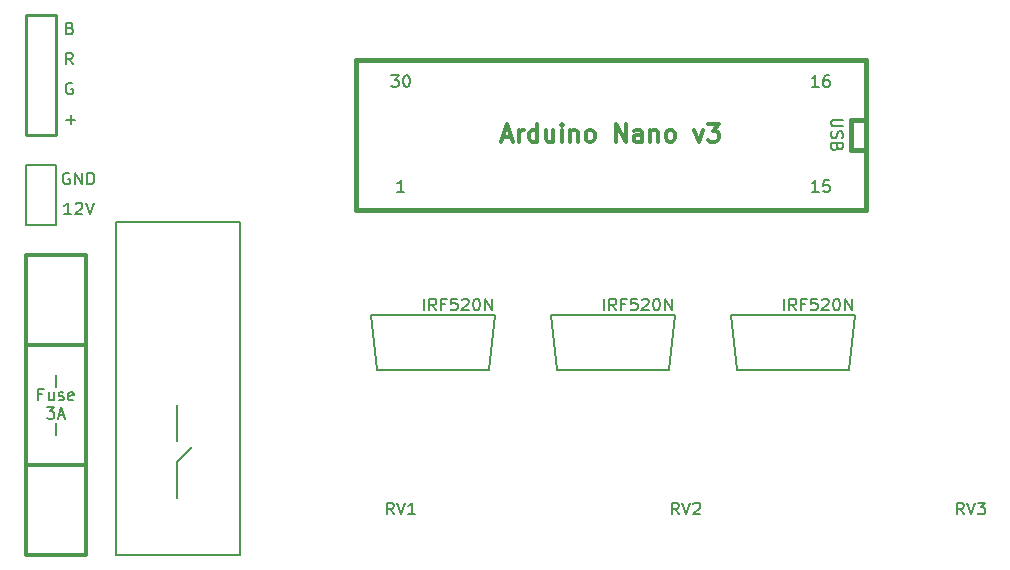
<source format=gto>
G04 (created by PCBNEW (2013-jul-07)-stable) date Mon 01 Dez 2014 22:22:30 CET*
%MOIN*%
G04 Gerber Fmt 3.4, Leading zero omitted, Abs format*
%FSLAX34Y34*%
G01*
G70*
G90*
G04 APERTURE LIST*
%ADD10C,0.00590551*%
%ADD11C,0.00787402*%
%ADD12C,0.011811*%
%ADD13C,0.01*%
%ADD14C,0.006*%
%ADD15C,0.015*%
%ADD16C,0.012*%
G04 APERTURE END LIST*
G54D10*
X39265Y-25159D02*
X39134Y-24971D01*
X39040Y-25159D02*
X39040Y-24765D01*
X39190Y-24765D01*
X39228Y-24784D01*
X39246Y-24803D01*
X39265Y-24840D01*
X39265Y-24896D01*
X39246Y-24934D01*
X39228Y-24953D01*
X39190Y-24971D01*
X39040Y-24971D01*
X39378Y-24765D02*
X39509Y-25159D01*
X39640Y-24765D01*
X39734Y-24765D02*
X39978Y-24765D01*
X39846Y-24915D01*
X39903Y-24915D01*
X39940Y-24934D01*
X39959Y-24953D01*
X39978Y-24990D01*
X39978Y-25084D01*
X39959Y-25121D01*
X39940Y-25140D01*
X39903Y-25159D01*
X39790Y-25159D01*
X39753Y-25140D01*
X39734Y-25121D01*
X29765Y-25159D02*
X29634Y-24971D01*
X29540Y-25159D02*
X29540Y-24765D01*
X29690Y-24765D01*
X29728Y-24784D01*
X29746Y-24803D01*
X29765Y-24840D01*
X29765Y-24896D01*
X29746Y-24934D01*
X29728Y-24953D01*
X29690Y-24971D01*
X29540Y-24971D01*
X29878Y-24765D02*
X30009Y-25159D01*
X30140Y-24765D01*
X30253Y-24803D02*
X30271Y-24784D01*
X30309Y-24765D01*
X30403Y-24765D01*
X30440Y-24784D01*
X30459Y-24803D01*
X30478Y-24840D01*
X30478Y-24878D01*
X30459Y-24934D01*
X30234Y-25159D01*
X30478Y-25159D01*
X20265Y-25159D02*
X20134Y-24971D01*
X20040Y-25159D02*
X20040Y-24765D01*
X20190Y-24765D01*
X20228Y-24784D01*
X20246Y-24803D01*
X20265Y-24840D01*
X20265Y-24896D01*
X20246Y-24934D01*
X20228Y-24953D01*
X20190Y-24971D01*
X20040Y-24971D01*
X20378Y-24765D02*
X20509Y-25159D01*
X20640Y-24765D01*
X20978Y-25159D02*
X20753Y-25159D01*
X20865Y-25159D02*
X20865Y-24765D01*
X20828Y-24821D01*
X20790Y-24859D01*
X20753Y-24878D01*
X33265Y-18359D02*
X33265Y-17965D01*
X33678Y-18359D02*
X33546Y-18171D01*
X33453Y-18359D02*
X33453Y-17965D01*
X33603Y-17965D01*
X33640Y-17984D01*
X33659Y-18003D01*
X33678Y-18040D01*
X33678Y-18096D01*
X33659Y-18134D01*
X33640Y-18153D01*
X33603Y-18171D01*
X33453Y-18171D01*
X33978Y-18153D02*
X33846Y-18153D01*
X33846Y-18359D02*
X33846Y-17965D01*
X34034Y-17965D01*
X34371Y-17965D02*
X34184Y-17965D01*
X34165Y-18153D01*
X34184Y-18134D01*
X34221Y-18115D01*
X34315Y-18115D01*
X34353Y-18134D01*
X34371Y-18153D01*
X34390Y-18190D01*
X34390Y-18284D01*
X34371Y-18321D01*
X34353Y-18340D01*
X34315Y-18359D01*
X34221Y-18359D01*
X34184Y-18340D01*
X34165Y-18321D01*
X34540Y-18003D02*
X34559Y-17984D01*
X34596Y-17965D01*
X34690Y-17965D01*
X34728Y-17984D01*
X34746Y-18003D01*
X34765Y-18040D01*
X34765Y-18078D01*
X34746Y-18134D01*
X34521Y-18359D01*
X34765Y-18359D01*
X35009Y-17965D02*
X35046Y-17965D01*
X35084Y-17984D01*
X35103Y-18003D01*
X35121Y-18040D01*
X35140Y-18115D01*
X35140Y-18209D01*
X35121Y-18284D01*
X35103Y-18321D01*
X35084Y-18340D01*
X35046Y-18359D01*
X35009Y-18359D01*
X34971Y-18340D01*
X34953Y-18321D01*
X34934Y-18284D01*
X34915Y-18209D01*
X34915Y-18115D01*
X34934Y-18040D01*
X34953Y-18003D01*
X34971Y-17984D01*
X35009Y-17965D01*
X35309Y-18359D02*
X35309Y-17965D01*
X35534Y-18359D01*
X35534Y-17965D01*
X27265Y-18359D02*
X27265Y-17965D01*
X27678Y-18359D02*
X27546Y-18171D01*
X27453Y-18359D02*
X27453Y-17965D01*
X27603Y-17965D01*
X27640Y-17984D01*
X27659Y-18003D01*
X27678Y-18040D01*
X27678Y-18096D01*
X27659Y-18134D01*
X27640Y-18153D01*
X27603Y-18171D01*
X27453Y-18171D01*
X27978Y-18153D02*
X27846Y-18153D01*
X27846Y-18359D02*
X27846Y-17965D01*
X28034Y-17965D01*
X28371Y-17965D02*
X28184Y-17965D01*
X28165Y-18153D01*
X28184Y-18134D01*
X28221Y-18115D01*
X28315Y-18115D01*
X28353Y-18134D01*
X28371Y-18153D01*
X28390Y-18190D01*
X28390Y-18284D01*
X28371Y-18321D01*
X28353Y-18340D01*
X28315Y-18359D01*
X28221Y-18359D01*
X28184Y-18340D01*
X28165Y-18321D01*
X28540Y-18003D02*
X28559Y-17984D01*
X28596Y-17965D01*
X28690Y-17965D01*
X28728Y-17984D01*
X28746Y-18003D01*
X28765Y-18040D01*
X28765Y-18078D01*
X28746Y-18134D01*
X28521Y-18359D01*
X28765Y-18359D01*
X29009Y-17965D02*
X29046Y-17965D01*
X29084Y-17984D01*
X29103Y-18003D01*
X29121Y-18040D01*
X29140Y-18115D01*
X29140Y-18209D01*
X29121Y-18284D01*
X29103Y-18321D01*
X29084Y-18340D01*
X29046Y-18359D01*
X29009Y-18359D01*
X28971Y-18340D01*
X28953Y-18321D01*
X28934Y-18284D01*
X28915Y-18209D01*
X28915Y-18115D01*
X28934Y-18040D01*
X28953Y-18003D01*
X28971Y-17984D01*
X29009Y-17965D01*
X29309Y-18359D02*
X29309Y-17965D01*
X29534Y-18359D01*
X29534Y-17965D01*
X21265Y-18359D02*
X21265Y-17965D01*
X21678Y-18359D02*
X21546Y-18171D01*
X21453Y-18359D02*
X21453Y-17965D01*
X21603Y-17965D01*
X21640Y-17984D01*
X21659Y-18003D01*
X21678Y-18040D01*
X21678Y-18096D01*
X21659Y-18134D01*
X21640Y-18153D01*
X21603Y-18171D01*
X21453Y-18171D01*
X21978Y-18153D02*
X21846Y-18153D01*
X21846Y-18359D02*
X21846Y-17965D01*
X22034Y-17965D01*
X22371Y-17965D02*
X22184Y-17965D01*
X22165Y-18153D01*
X22184Y-18134D01*
X22221Y-18115D01*
X22315Y-18115D01*
X22353Y-18134D01*
X22371Y-18153D01*
X22390Y-18190D01*
X22390Y-18284D01*
X22371Y-18321D01*
X22353Y-18340D01*
X22315Y-18359D01*
X22221Y-18359D01*
X22184Y-18340D01*
X22165Y-18321D01*
X22540Y-18003D02*
X22559Y-17984D01*
X22596Y-17965D01*
X22690Y-17965D01*
X22728Y-17984D01*
X22746Y-18003D01*
X22765Y-18040D01*
X22765Y-18078D01*
X22746Y-18134D01*
X22521Y-18359D01*
X22765Y-18359D01*
X23009Y-17965D02*
X23046Y-17965D01*
X23084Y-17984D01*
X23103Y-18003D01*
X23121Y-18040D01*
X23140Y-18115D01*
X23140Y-18209D01*
X23121Y-18284D01*
X23103Y-18321D01*
X23084Y-18340D01*
X23046Y-18359D01*
X23009Y-18359D01*
X22971Y-18340D01*
X22953Y-18321D01*
X22934Y-18284D01*
X22915Y-18209D01*
X22915Y-18115D01*
X22934Y-18040D01*
X22953Y-18003D01*
X22971Y-17984D01*
X23009Y-17965D01*
X23309Y-18359D02*
X23309Y-17965D01*
X23534Y-18359D01*
X23534Y-17965D01*
G54D11*
X31500Y-18500D02*
X35650Y-18500D01*
X25500Y-18500D02*
X29650Y-18500D01*
X19500Y-18500D02*
X23650Y-18500D01*
X13050Y-24500D02*
X13050Y-24600D01*
X13050Y-21600D02*
X13050Y-21500D01*
X13050Y-23400D02*
X13550Y-22900D01*
X13050Y-21600D02*
X13050Y-22700D01*
X13050Y-24500D02*
X13050Y-23400D01*
X9000Y-22100D02*
X9000Y-22500D01*
X9000Y-20500D02*
X9000Y-20900D01*
G54D10*
X8550Y-21153D02*
X8418Y-21153D01*
X8418Y-21359D02*
X8418Y-20965D01*
X8606Y-20965D01*
X8925Y-21096D02*
X8925Y-21359D01*
X8756Y-21096D02*
X8756Y-21303D01*
X8775Y-21340D01*
X8812Y-21359D01*
X8868Y-21359D01*
X8906Y-21340D01*
X8925Y-21321D01*
X9093Y-21340D02*
X9131Y-21359D01*
X9206Y-21359D01*
X9243Y-21340D01*
X9262Y-21303D01*
X9262Y-21284D01*
X9243Y-21246D01*
X9206Y-21228D01*
X9149Y-21228D01*
X9112Y-21209D01*
X9093Y-21171D01*
X9093Y-21153D01*
X9112Y-21115D01*
X9149Y-21096D01*
X9206Y-21096D01*
X9243Y-21115D01*
X9581Y-21340D02*
X9543Y-21359D01*
X9468Y-21359D01*
X9431Y-21340D01*
X9412Y-21303D01*
X9412Y-21153D01*
X9431Y-21115D01*
X9468Y-21096D01*
X9543Y-21096D01*
X9581Y-21115D01*
X9599Y-21153D01*
X9599Y-21190D01*
X9412Y-21228D01*
X8700Y-21575D02*
X8943Y-21575D01*
X8812Y-21725D01*
X8868Y-21725D01*
X8906Y-21744D01*
X8925Y-21763D01*
X8943Y-21800D01*
X8943Y-21894D01*
X8925Y-21932D01*
X8906Y-21950D01*
X8868Y-21969D01*
X8756Y-21969D01*
X8718Y-21950D01*
X8700Y-21932D01*
X9093Y-21857D02*
X9281Y-21857D01*
X9056Y-21969D02*
X9187Y-21575D01*
X9318Y-21969D01*
X9474Y-8953D02*
X9531Y-8971D01*
X9549Y-8990D01*
X9568Y-9028D01*
X9568Y-9084D01*
X9549Y-9121D01*
X9531Y-9140D01*
X9493Y-9159D01*
X9343Y-9159D01*
X9343Y-8765D01*
X9474Y-8765D01*
X9512Y-8784D01*
X9531Y-8803D01*
X9549Y-8840D01*
X9549Y-8878D01*
X9531Y-8915D01*
X9512Y-8934D01*
X9474Y-8953D01*
X9343Y-8953D01*
X9568Y-10159D02*
X9437Y-9971D01*
X9343Y-10159D02*
X9343Y-9765D01*
X9493Y-9765D01*
X9531Y-9784D01*
X9549Y-9803D01*
X9568Y-9840D01*
X9568Y-9896D01*
X9549Y-9934D01*
X9531Y-9953D01*
X9493Y-9971D01*
X9343Y-9971D01*
X9549Y-10784D02*
X9512Y-10765D01*
X9456Y-10765D01*
X9399Y-10784D01*
X9362Y-10821D01*
X9343Y-10859D01*
X9324Y-10934D01*
X9324Y-10990D01*
X9343Y-11065D01*
X9362Y-11103D01*
X9399Y-11140D01*
X9456Y-11159D01*
X9493Y-11159D01*
X9549Y-11140D01*
X9568Y-11121D01*
X9568Y-10990D01*
X9493Y-10990D01*
X9343Y-12009D02*
X9643Y-12009D01*
X9493Y-12159D02*
X9493Y-11859D01*
X9450Y-13784D02*
X9412Y-13765D01*
X9356Y-13765D01*
X9300Y-13784D01*
X9262Y-13821D01*
X9243Y-13859D01*
X9225Y-13934D01*
X9225Y-13990D01*
X9243Y-14065D01*
X9262Y-14103D01*
X9300Y-14140D01*
X9356Y-14159D01*
X9393Y-14159D01*
X9450Y-14140D01*
X9468Y-14121D01*
X9468Y-13990D01*
X9393Y-13990D01*
X9637Y-14159D02*
X9637Y-13765D01*
X9862Y-14159D01*
X9862Y-13765D01*
X10049Y-14159D02*
X10049Y-13765D01*
X10143Y-13765D01*
X10199Y-13784D01*
X10237Y-13821D01*
X10256Y-13859D01*
X10274Y-13934D01*
X10274Y-13990D01*
X10256Y-14065D01*
X10237Y-14103D01*
X10199Y-14140D01*
X10143Y-14159D01*
X10049Y-14159D01*
X9506Y-15159D02*
X9281Y-15159D01*
X9393Y-15159D02*
X9393Y-14765D01*
X9356Y-14821D01*
X9318Y-14859D01*
X9281Y-14878D01*
X9656Y-14803D02*
X9675Y-14784D01*
X9712Y-14765D01*
X9806Y-14765D01*
X9843Y-14784D01*
X9862Y-14803D01*
X9881Y-14840D01*
X9881Y-14878D01*
X9862Y-14934D01*
X9637Y-15159D01*
X9881Y-15159D01*
X9993Y-14765D02*
X10124Y-15159D01*
X10256Y-14765D01*
X35234Y-12003D02*
X34915Y-12003D01*
X34878Y-12021D01*
X34859Y-12040D01*
X34840Y-12078D01*
X34840Y-12153D01*
X34859Y-12190D01*
X34878Y-12209D01*
X34915Y-12228D01*
X35234Y-12228D01*
X34859Y-12396D02*
X34840Y-12453D01*
X34840Y-12546D01*
X34859Y-12584D01*
X34878Y-12603D01*
X34915Y-12621D01*
X34953Y-12621D01*
X34990Y-12603D01*
X35009Y-12584D01*
X35028Y-12546D01*
X35046Y-12471D01*
X35065Y-12434D01*
X35084Y-12415D01*
X35121Y-12396D01*
X35159Y-12396D01*
X35196Y-12415D01*
X35215Y-12434D01*
X35234Y-12471D01*
X35234Y-12565D01*
X35215Y-12621D01*
X35046Y-12921D02*
X35028Y-12978D01*
X35009Y-12996D01*
X34971Y-13015D01*
X34915Y-13015D01*
X34878Y-12996D01*
X34859Y-12978D01*
X34840Y-12940D01*
X34840Y-12790D01*
X35234Y-12790D01*
X35234Y-12921D01*
X35215Y-12959D01*
X35196Y-12978D01*
X35159Y-12996D01*
X35121Y-12996D01*
X35084Y-12978D01*
X35065Y-12959D01*
X35046Y-12921D01*
X35046Y-12790D01*
X20612Y-14409D02*
X20387Y-14409D01*
X20500Y-14409D02*
X20500Y-14015D01*
X20462Y-14071D01*
X20425Y-14109D01*
X20387Y-14128D01*
X20181Y-10515D02*
X20425Y-10515D01*
X20293Y-10665D01*
X20350Y-10665D01*
X20387Y-10684D01*
X20406Y-10703D01*
X20425Y-10740D01*
X20425Y-10834D01*
X20406Y-10871D01*
X20387Y-10890D01*
X20350Y-10909D01*
X20237Y-10909D01*
X20200Y-10890D01*
X20181Y-10871D01*
X20668Y-10515D02*
X20706Y-10515D01*
X20743Y-10534D01*
X20762Y-10553D01*
X20781Y-10590D01*
X20799Y-10665D01*
X20799Y-10759D01*
X20781Y-10834D01*
X20762Y-10871D01*
X20743Y-10890D01*
X20706Y-10909D01*
X20668Y-10909D01*
X20631Y-10890D01*
X20612Y-10871D01*
X20593Y-10834D01*
X20574Y-10759D01*
X20574Y-10665D01*
X20593Y-10590D01*
X20612Y-10553D01*
X20631Y-10534D01*
X20668Y-10515D01*
G54D12*
X23900Y-12570D02*
X24181Y-12570D01*
X23844Y-12739D02*
X24041Y-12148D01*
X24237Y-12739D01*
X24434Y-12739D02*
X24434Y-12345D01*
X24434Y-12457D02*
X24462Y-12401D01*
X24491Y-12373D01*
X24547Y-12345D01*
X24603Y-12345D01*
X25053Y-12739D02*
X25053Y-12148D01*
X25053Y-12710D02*
X24997Y-12739D01*
X24884Y-12739D01*
X24828Y-12710D01*
X24800Y-12682D01*
X24772Y-12626D01*
X24772Y-12457D01*
X24800Y-12401D01*
X24828Y-12373D01*
X24884Y-12345D01*
X24997Y-12345D01*
X25053Y-12373D01*
X25587Y-12345D02*
X25587Y-12739D01*
X25334Y-12345D02*
X25334Y-12654D01*
X25362Y-12710D01*
X25419Y-12739D01*
X25503Y-12739D01*
X25559Y-12710D01*
X25587Y-12682D01*
X25868Y-12739D02*
X25868Y-12345D01*
X25868Y-12148D02*
X25840Y-12176D01*
X25868Y-12204D01*
X25897Y-12176D01*
X25868Y-12148D01*
X25868Y-12204D01*
X26150Y-12345D02*
X26150Y-12739D01*
X26150Y-12401D02*
X26178Y-12373D01*
X26234Y-12345D01*
X26318Y-12345D01*
X26375Y-12373D01*
X26403Y-12429D01*
X26403Y-12739D01*
X26768Y-12739D02*
X26712Y-12710D01*
X26684Y-12682D01*
X26656Y-12626D01*
X26656Y-12457D01*
X26684Y-12401D01*
X26712Y-12373D01*
X26768Y-12345D01*
X26853Y-12345D01*
X26909Y-12373D01*
X26937Y-12401D01*
X26965Y-12457D01*
X26965Y-12626D01*
X26937Y-12682D01*
X26909Y-12710D01*
X26853Y-12739D01*
X26768Y-12739D01*
X27668Y-12739D02*
X27668Y-12148D01*
X28006Y-12739D01*
X28006Y-12148D01*
X28540Y-12739D02*
X28540Y-12429D01*
X28512Y-12373D01*
X28456Y-12345D01*
X28343Y-12345D01*
X28287Y-12373D01*
X28540Y-12710D02*
X28484Y-12739D01*
X28343Y-12739D01*
X28287Y-12710D01*
X28259Y-12654D01*
X28259Y-12598D01*
X28287Y-12542D01*
X28343Y-12514D01*
X28484Y-12514D01*
X28540Y-12485D01*
X28821Y-12345D02*
X28821Y-12739D01*
X28821Y-12401D02*
X28849Y-12373D01*
X28906Y-12345D01*
X28990Y-12345D01*
X29046Y-12373D01*
X29074Y-12429D01*
X29074Y-12739D01*
X29440Y-12739D02*
X29384Y-12710D01*
X29356Y-12682D01*
X29327Y-12626D01*
X29327Y-12457D01*
X29356Y-12401D01*
X29384Y-12373D01*
X29440Y-12345D01*
X29524Y-12345D01*
X29580Y-12373D01*
X29609Y-12401D01*
X29637Y-12457D01*
X29637Y-12626D01*
X29609Y-12682D01*
X29580Y-12710D01*
X29524Y-12739D01*
X29440Y-12739D01*
X30284Y-12345D02*
X30424Y-12739D01*
X30565Y-12345D01*
X30733Y-12148D02*
X31099Y-12148D01*
X30902Y-12373D01*
X30987Y-12373D01*
X31043Y-12401D01*
X31071Y-12429D01*
X31099Y-12485D01*
X31099Y-12626D01*
X31071Y-12682D01*
X31043Y-12710D01*
X30987Y-12739D01*
X30818Y-12739D01*
X30762Y-12710D01*
X30733Y-12682D01*
G54D10*
X34425Y-14409D02*
X34200Y-14409D01*
X34312Y-14409D02*
X34312Y-14015D01*
X34275Y-14071D01*
X34237Y-14109D01*
X34200Y-14128D01*
X34781Y-14015D02*
X34593Y-14015D01*
X34574Y-14203D01*
X34593Y-14184D01*
X34631Y-14165D01*
X34724Y-14165D01*
X34762Y-14184D01*
X34781Y-14203D01*
X34799Y-14240D01*
X34799Y-14334D01*
X34781Y-14371D01*
X34762Y-14390D01*
X34724Y-14409D01*
X34631Y-14409D01*
X34593Y-14390D01*
X34574Y-14371D01*
X34425Y-10909D02*
X34200Y-10909D01*
X34312Y-10909D02*
X34312Y-10515D01*
X34275Y-10571D01*
X34237Y-10609D01*
X34200Y-10628D01*
X34762Y-10515D02*
X34687Y-10515D01*
X34649Y-10534D01*
X34631Y-10553D01*
X34593Y-10609D01*
X34574Y-10684D01*
X34574Y-10834D01*
X34593Y-10871D01*
X34612Y-10890D01*
X34649Y-10909D01*
X34724Y-10909D01*
X34762Y-10890D01*
X34781Y-10871D01*
X34799Y-10834D01*
X34799Y-10740D01*
X34781Y-10703D01*
X34762Y-10684D01*
X34724Y-10665D01*
X34649Y-10665D01*
X34612Y-10684D01*
X34593Y-10703D01*
X34574Y-10740D01*
G54D13*
X9000Y-8500D02*
X9000Y-12500D01*
X8000Y-8500D02*
X8000Y-12500D01*
X8000Y-12500D02*
X9000Y-12500D01*
X9000Y-8500D02*
X8000Y-8500D01*
G54D14*
X9000Y-15500D02*
X8000Y-15500D01*
X8000Y-15500D02*
X8000Y-13500D01*
X8000Y-13500D02*
X9000Y-13500D01*
X9000Y-13500D02*
X9000Y-15500D01*
G54D10*
X15133Y-15397D02*
X15133Y-26500D01*
X11000Y-15397D02*
X15133Y-15397D01*
X11000Y-26500D02*
X11000Y-15397D01*
X15133Y-26500D02*
X11000Y-26500D01*
G54D15*
X36000Y-15000D02*
X19000Y-15000D01*
X19000Y-15000D02*
X19000Y-10000D01*
X19000Y-10000D02*
X36000Y-10000D01*
X36000Y-10000D02*
X36000Y-15000D01*
X36000Y-12000D02*
X35500Y-12000D01*
X35500Y-12000D02*
X35500Y-13000D01*
X35500Y-13000D02*
X36000Y-13000D01*
G54D16*
X10000Y-16500D02*
X10000Y-26500D01*
X10000Y-26500D02*
X8000Y-26500D01*
X8000Y-26500D02*
X8000Y-16500D01*
X8000Y-16500D02*
X10000Y-16500D01*
X10000Y-19500D02*
X8000Y-19500D01*
X10000Y-23500D02*
X8000Y-23500D01*
G54D10*
X19500Y-18500D02*
X23649Y-18500D01*
X23649Y-18500D02*
X23452Y-20346D01*
X23452Y-20346D02*
X19696Y-20346D01*
X19696Y-20346D02*
X19500Y-18500D01*
X25500Y-18500D02*
X29649Y-18500D01*
X29649Y-18500D02*
X29452Y-20346D01*
X29452Y-20346D02*
X25696Y-20346D01*
X25696Y-20346D02*
X25500Y-18500D01*
X31500Y-18500D02*
X35649Y-18500D01*
X35649Y-18500D02*
X35452Y-20346D01*
X35452Y-20346D02*
X31696Y-20346D01*
X31696Y-20346D02*
X31500Y-18500D01*
M02*

</source>
